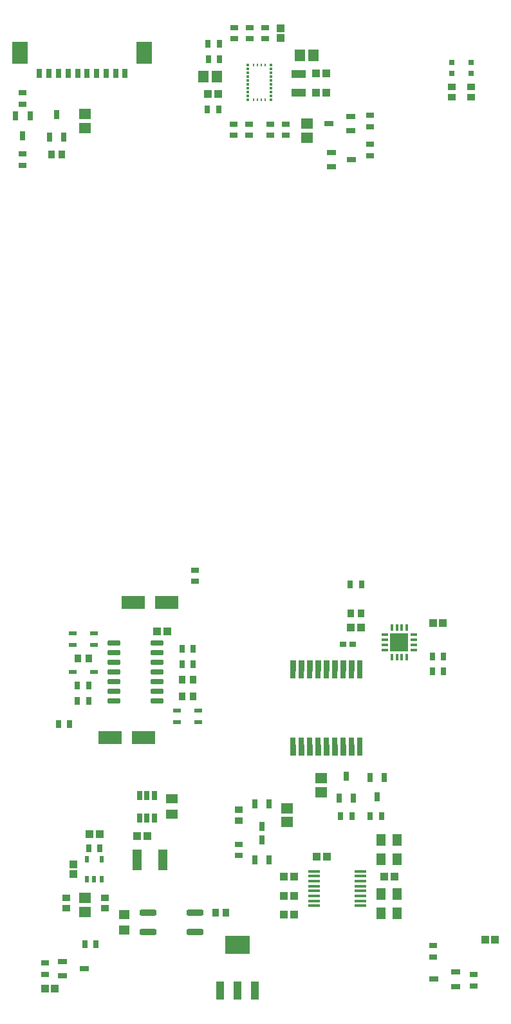
<source format=gtp>
G04*
G04 #@! TF.GenerationSoftware,Altium Limited,DefaultClient, ()*
G04*
G04 Layer_Color=8421504*
%FSLAX44Y44*%
%MOMM*%
G71*
G04*
G04 #@! TF.SameCoordinates,8DA877EA-5960-4089-89AF-F9EF2ED2926F*
G04*
G04*
G04 #@! TF.FilePolarity,Positive*
G04*
G01*
G75*
%ADD20R,1.0000X2.3500*%
%ADD21R,3.2500X2.3500*%
%ADD22R,1.0500X1.0500*%
%ADD23R,0.8000X1.3000*%
%ADD24R,2.1000X3.0000*%
G04:AMPARAMS|DCode=25|XSize=0.3mm|YSize=0.9mm|CornerRadius=0.075mm|HoleSize=0mm|Usage=FLASHONLY|Rotation=0.000|XOffset=0mm|YOffset=0mm|HoleType=Round|Shape=RoundedRectangle|*
%AMROUNDEDRECTD25*
21,1,0.3000,0.7500,0,0,0.0*
21,1,0.1500,0.9000,0,0,0.0*
1,1,0.1500,0.0750,-0.3750*
1,1,0.1500,-0.0750,-0.3750*
1,1,0.1500,-0.0750,0.3750*
1,1,0.1500,0.0750,0.3750*
%
%ADD25ROUNDEDRECTD25*%
G04:AMPARAMS|DCode=26|XSize=0.3mm|YSize=0.9mm|CornerRadius=0.075mm|HoleSize=0mm|Usage=FLASHONLY|Rotation=270.000|XOffset=0mm|YOffset=0mm|HoleType=Round|Shape=RoundedRectangle|*
%AMROUNDEDRECTD26*
21,1,0.3000,0.7500,0,0,270.0*
21,1,0.1500,0.9000,0,0,270.0*
1,1,0.1500,-0.3750,-0.0750*
1,1,0.1500,-0.3750,0.0750*
1,1,0.1500,0.3750,0.0750*
1,1,0.1500,0.3750,-0.0750*
%
%ADD26ROUNDEDRECTD26*%
%ADD27R,2.4000X2.4000*%
%ADD28R,0.4344X0.3094*%
%ADD29R,0.2094X0.4344*%
%ADD30R,0.8500X0.6500*%
%ADD31R,1.0000X0.8000*%
G04:AMPARAMS|DCode=32|XSize=0.4mm|YSize=1.6mm|CornerRadius=0.044mm|HoleSize=0mm|Usage=FLASHONLY|Rotation=90.000|XOffset=0mm|YOffset=0mm|HoleType=Round|Shape=RoundedRectangle|*
%AMROUNDEDRECTD32*
21,1,0.4000,1.5120,0,0,90.0*
21,1,0.3120,1.6000,0,0,90.0*
1,1,0.0880,0.7560,0.1560*
1,1,0.0880,0.7560,-0.1560*
1,1,0.0880,-0.7560,-0.1560*
1,1,0.0880,-0.7560,0.1560*
%
%ADD32ROUNDEDRECTD32*%
%ADD33R,0.8000X1.0000*%
%ADD34R,1.0500X0.9000*%
%ADD35R,1.5000X1.4500*%
%ADD36R,0.8000X1.8000*%
%ADD37R,0.7000X1.8000*%
%ADD38R,0.9000X1.0500*%
%ADD39R,0.6500X1.1500*%
%ADD40R,0.6500X1.2000*%
%ADD41R,1.2000X1.5000*%
%ADD42R,1.0500X0.5500*%
%ADD43R,3.0500X1.8000*%
%ADD44R,1.0500X1.0500*%
G04:AMPARAMS|DCode=45|XSize=0.55mm|YSize=0.8mm|CornerRadius=0.0495mm|HoleSize=0mm|Usage=FLASHONLY|Rotation=180.000|XOffset=0mm|YOffset=0mm|HoleType=Round|Shape=RoundedRectangle|*
%AMROUNDEDRECTD45*
21,1,0.5500,0.7010,0,0,180.0*
21,1,0.4510,0.8000,0,0,180.0*
1,1,0.0990,-0.2255,0.3505*
1,1,0.0990,0.2255,0.3505*
1,1,0.0990,0.2255,-0.3505*
1,1,0.0990,-0.2255,-0.3505*
%
%ADD45ROUNDEDRECTD45*%
%ADD46R,1.4500X1.2000*%
G04:AMPARAMS|DCode=47|XSize=0.8mm|YSize=2.216mm|CornerRadius=0.2mm|HoleSize=0mm|Usage=FLASHONLY|Rotation=90.000|XOffset=0mm|YOffset=0mm|HoleType=Round|Shape=RoundedRectangle|*
%AMROUNDEDRECTD47*
21,1,0.8000,1.8160,0,0,90.0*
21,1,0.4000,2.2160,0,0,90.0*
1,1,0.4000,0.9080,0.2000*
1,1,0.4000,0.9080,-0.2000*
1,1,0.4000,-0.9080,-0.2000*
1,1,0.4000,-0.9080,0.2000*
%
%ADD47ROUNDEDRECTD47*%
G04:AMPARAMS|DCode=48|XSize=0.65mm|YSize=1.65mm|CornerRadius=0.0488mm|HoleSize=0mm|Usage=FLASHONLY|Rotation=90.000|XOffset=0mm|YOffset=0mm|HoleType=Round|Shape=RoundedRectangle|*
%AMROUNDEDRECTD48*
21,1,0.6500,1.5525,0,0,90.0*
21,1,0.5525,1.6500,0,0,90.0*
1,1,0.0975,0.7763,0.2763*
1,1,0.0975,0.7763,-0.2763*
1,1,0.0975,-0.7763,-0.2763*
1,1,0.0975,-0.7763,0.2763*
%
%ADD48ROUNDEDRECTD48*%
%ADD49R,1.5000X1.2000*%
%ADD50R,1.1500X2.8000*%
%ADD51R,1.1500X0.6500*%
%ADD52R,1.2000X0.6500*%
%ADD53R,1.4500X1.5000*%
%ADD54R,1.9000X1.1000*%
%ADD55R,0.8000X0.8000*%
G36*
X275730Y47990D02*
X268730D01*
Y61990D01*
X269730D01*
Y70990D01*
X274730D01*
Y61990D01*
X275730D01*
Y47990D01*
D02*
G37*
G36*
X287230D02*
X279230D01*
Y61990D01*
X280230D01*
Y70990D01*
X286230D01*
Y61990D01*
X287230D01*
Y47990D01*
D02*
G37*
G36*
X298230D02*
X290230D01*
Y61990D01*
X291230D01*
Y70990D01*
X297230D01*
Y61990D01*
X298230D01*
Y47990D01*
D02*
G37*
G36*
X309230D02*
X301230D01*
Y61990D01*
X302230D01*
Y70990D01*
X308230D01*
Y61990D01*
X309230D01*
Y47990D01*
D02*
G37*
G36*
X320230D02*
X312230D01*
Y61990D01*
X313230D01*
Y70990D01*
X319230D01*
Y61990D01*
X320230D01*
Y47990D01*
D02*
G37*
G36*
X331230D02*
X323230D01*
Y61990D01*
X324230D01*
Y70990D01*
X330230D01*
Y61990D01*
X331230D01*
Y47990D01*
D02*
G37*
G36*
X342230D02*
X334230D01*
Y61990D01*
X335230D01*
Y70990D01*
X341230D01*
Y61990D01*
X342230D01*
Y47990D01*
D02*
G37*
G36*
X353230D02*
X345230D01*
Y61990D01*
X346230D01*
Y70990D01*
X352230D01*
Y61990D01*
X353230D01*
Y47990D01*
D02*
G37*
G36*
X363730D02*
X356730D01*
Y61990D01*
X357730D01*
Y70990D01*
X362730D01*
Y61990D01*
X363730D01*
Y47990D01*
D02*
G37*
G36*
X268730Y172990D02*
X275730D01*
Y158990D01*
X274730D01*
Y149990D01*
X269730D01*
Y158990D01*
X268730D01*
Y172990D01*
D02*
G37*
G36*
X279230D02*
X287230D01*
Y158990D01*
X286230D01*
Y149990D01*
X280230D01*
Y158990D01*
X279230D01*
Y172990D01*
D02*
G37*
G36*
X290230D02*
X298230D01*
Y158990D01*
X297230D01*
Y149990D01*
X291230D01*
Y158990D01*
X290230D01*
Y172990D01*
D02*
G37*
G36*
X301230D02*
X309230D01*
Y158990D01*
X308230D01*
Y149990D01*
X302230D01*
Y158990D01*
X301230D01*
Y172990D01*
D02*
G37*
G36*
X312230D02*
X320230D01*
Y158990D01*
X319230D01*
Y149990D01*
X313230D01*
Y158990D01*
X312230D01*
Y172990D01*
D02*
G37*
G36*
X323230D02*
X331230D01*
Y158990D01*
X330230D01*
Y149990D01*
X324230D01*
Y158990D01*
X323230D01*
Y172990D01*
D02*
G37*
G36*
X334230D02*
X342230D01*
Y158990D01*
X341230D01*
Y149990D01*
X335230D01*
Y158990D01*
X334230D01*
Y172990D01*
D02*
G37*
G36*
X345230D02*
X353230D01*
Y158990D01*
X352230D01*
Y149990D01*
X346230D01*
Y158990D01*
X345230D01*
Y172990D01*
D02*
G37*
G36*
X356730D02*
X363730D01*
Y158990D01*
X362730D01*
Y149990D01*
X357730D01*
Y158990D01*
X356730D01*
Y172990D01*
D02*
G37*
D20*
X176122Y-261390D02*
D03*
X199122D02*
D03*
X222122D02*
D03*
D21*
X199122Y-200890D02*
D03*
D22*
X4411Y-55357D02*
D03*
X17911D02*
D03*
X273450Y-111760D02*
D03*
X259950D02*
D03*
X524630Y-194310D02*
D03*
X538130D02*
D03*
X-40990Y-259080D02*
D03*
X-54490D02*
D03*
X361600Y215900D02*
D03*
X348100D02*
D03*
X107080Y210820D02*
D03*
X93580D02*
D03*
X273450Y-161290D02*
D03*
X259950D02*
D03*
X273450Y-136398D02*
D03*
X259950D02*
D03*
X316630Y-85090D02*
D03*
X303130D02*
D03*
X66910Y-57900D02*
D03*
X80410D02*
D03*
X160140Y918210D02*
D03*
X173640D02*
D03*
X315880Y919480D02*
D03*
X302380D02*
D03*
X315880Y944880D02*
D03*
X302380D02*
D03*
X405530Y-111760D02*
D03*
X392030D02*
D03*
X469550Y222250D02*
D03*
X456050D02*
D03*
D23*
X1170Y945160D02*
D03*
X-11330D02*
D03*
X-23830D02*
D03*
X-36330D02*
D03*
X-48830D02*
D03*
X-61330D02*
D03*
X13670D02*
D03*
X26170D02*
D03*
X38670D02*
D03*
X51170D02*
D03*
D24*
X-86830Y972660D02*
D03*
X76670D02*
D03*
D25*
X421750Y216100D02*
D03*
X415250D02*
D03*
X408750D02*
D03*
X402250D02*
D03*
Y177600D02*
D03*
X408750D02*
D03*
X415250D02*
D03*
X421750D02*
D03*
D26*
X392750Y206600D02*
D03*
Y200100D02*
D03*
Y193600D02*
D03*
Y187100D02*
D03*
X431250D02*
D03*
Y193600D02*
D03*
Y200100D02*
D03*
Y206600D02*
D03*
D27*
X412000Y196850D02*
D03*
D28*
X212225Y955950D02*
D03*
Y950950D02*
D03*
Y945950D02*
D03*
Y940950D02*
D03*
Y935950D02*
D03*
Y930950D02*
D03*
Y925950D02*
D03*
Y920950D02*
D03*
Y915950D02*
D03*
Y910950D02*
D03*
X243475D02*
D03*
Y915950D02*
D03*
Y920950D02*
D03*
Y925950D02*
D03*
Y930950D02*
D03*
Y935950D02*
D03*
Y940950D02*
D03*
Y945950D02*
D03*
Y950950D02*
D03*
Y955950D02*
D03*
D29*
X235350Y956575D02*
D03*
X230350D02*
D03*
X225350D02*
D03*
X220350D02*
D03*
Y910325D02*
D03*
X225350D02*
D03*
X230350D02*
D03*
X235350D02*
D03*
D30*
X350420Y194310D02*
D03*
X337920D02*
D03*
D31*
X143510Y291980D02*
D03*
Y276980D02*
D03*
X-83566Y919868D02*
D03*
Y904868D02*
D03*
X214630Y863720D02*
D03*
Y878720D02*
D03*
X200660Y-83700D02*
D03*
Y-68700D02*
D03*
X509790Y-255150D02*
D03*
Y-240150D02*
D03*
X456450Y-202050D02*
D03*
Y-217050D02*
D03*
X-54090Y-224910D02*
D03*
Y-239910D02*
D03*
X-83300Y839350D02*
D03*
Y824350D02*
D03*
X235470Y990720D02*
D03*
Y1005720D02*
D03*
X373900Y875150D02*
D03*
Y890150D02*
D03*
Y837050D02*
D03*
Y852050D02*
D03*
X194310Y863720D02*
D03*
Y878720D02*
D03*
X215150Y990720D02*
D03*
Y1005720D02*
D03*
X242570Y878720D02*
D03*
Y863720D02*
D03*
X262890Y878720D02*
D03*
Y863720D02*
D03*
X194830Y1005720D02*
D03*
Y990720D02*
D03*
D32*
X360700Y-149750D02*
D03*
Y-143250D02*
D03*
Y-136750D02*
D03*
Y-130250D02*
D03*
Y-123750D02*
D03*
Y-117250D02*
D03*
Y-110750D02*
D03*
Y-104250D02*
D03*
X299700Y-149750D02*
D03*
Y-143250D02*
D03*
Y-136750D02*
D03*
Y-130250D02*
D03*
Y-123750D02*
D03*
Y-117250D02*
D03*
Y-110750D02*
D03*
Y-104250D02*
D03*
D33*
X-21710Y88900D02*
D03*
X-36710D02*
D03*
X18276Y-73834D02*
D03*
X3276D02*
D03*
X3063Y119380D02*
D03*
X-11938D02*
D03*
Y139700D02*
D03*
X3063D02*
D03*
X125850Y187960D02*
D03*
X140850D02*
D03*
X125850Y167640D02*
D03*
X140850D02*
D03*
X13100Y-200660D02*
D03*
X-1900D02*
D03*
X373900Y-31750D02*
D03*
X388900D02*
D03*
X347350Y273050D02*
D03*
X362350D02*
D03*
X160540Y984250D02*
D03*
X175540D02*
D03*
X174390Y897890D02*
D03*
X159390D02*
D03*
X175660Y963930D02*
D03*
X160660D02*
D03*
X349650Y-31750D02*
D03*
X334650D02*
D03*
X455300Y158750D02*
D03*
X470300D02*
D03*
X470300Y177800D02*
D03*
X455300D02*
D03*
D34*
X-26150Y-153050D02*
D03*
Y-139050D02*
D03*
X24650D02*
D03*
Y-153050D02*
D03*
X200660Y-23480D02*
D03*
Y-37480D02*
D03*
X506730Y927750D02*
D03*
Y913750D02*
D03*
X481330Y927750D02*
D03*
Y913750D02*
D03*
D35*
X-1270Y-157840D02*
D03*
Y-139340D02*
D03*
Y891900D02*
D03*
Y873400D02*
D03*
X264160Y-21230D02*
D03*
Y-39730D02*
D03*
X290830Y860700D02*
D03*
Y879200D02*
D03*
X309130Y-360D02*
D03*
Y18140D02*
D03*
D36*
X327230Y157990D02*
D03*
X338230D02*
D03*
X349230D02*
D03*
X316230D02*
D03*
X349230Y62990D02*
D03*
X338230D02*
D03*
X327230D02*
D03*
X283230D02*
D03*
X294230D02*
D03*
X305230D02*
D03*
X316230D02*
D03*
X283230Y157990D02*
D03*
X294230D02*
D03*
X305230D02*
D03*
D37*
X360230D02*
D03*
Y62990D02*
D03*
X272230D02*
D03*
Y157990D02*
D03*
D38*
X170050Y-158750D02*
D03*
X184050D02*
D03*
X126350Y147320D02*
D03*
X140350D02*
D03*
X126350Y125730D02*
D03*
X140350D02*
D03*
X-10810Y175260D02*
D03*
X3190D02*
D03*
X361850Y234950D02*
D03*
X347850D02*
D03*
X-31850Y838200D02*
D03*
X-45850D02*
D03*
D39*
X221640Y-88950D02*
D03*
X240640D02*
D03*
X231140Y-63450D02*
D03*
X-73800Y889050D02*
D03*
X-92800D02*
D03*
X-83300Y863550D02*
D03*
X392290Y19100D02*
D03*
X373290D02*
D03*
X382790Y-6400D02*
D03*
D40*
X231140Y-44980D02*
D03*
X221640Y-15980D02*
D03*
X240640D02*
D03*
X70510Y-5050D02*
D03*
X80010D02*
D03*
X89510D02*
D03*
Y-34550D02*
D03*
X80010D02*
D03*
X70510D02*
D03*
X-38850Y890800D02*
D03*
X-29350Y861800D02*
D03*
X-48350D02*
D03*
X342150Y20850D02*
D03*
X351650Y-8150D02*
D03*
X332650D02*
D03*
D41*
X388280Y-63500D02*
D03*
X409280D02*
D03*
Y-88900D02*
D03*
X388280D02*
D03*
Y-134620D02*
D03*
X409280D02*
D03*
Y-160020D02*
D03*
X388280D02*
D03*
D42*
X-17810Y157480D02*
D03*
X10190D02*
D03*
X147350Y106680D02*
D03*
X119350D02*
D03*
Y91440D02*
D03*
X147350D02*
D03*
X-17810Y193040D02*
D03*
X10190D02*
D03*
X-17810Y208280D02*
D03*
X10190D02*
D03*
D43*
X105820Y248920D02*
D03*
X61820D02*
D03*
X75340Y71120D02*
D03*
X31340D02*
D03*
D44*
X-16510Y-94850D02*
D03*
Y-108350D02*
D03*
X255790Y1004970D02*
D03*
Y991470D02*
D03*
D45*
X1180Y-88850D02*
D03*
X20180D02*
D03*
Y-114350D02*
D03*
X10680D02*
D03*
X1180D02*
D03*
D46*
X50050Y-161450D02*
D03*
Y-181450D02*
D03*
D47*
X143050Y-184150D02*
D03*
Y-158750D02*
D03*
X81800D02*
D03*
X81800Y-184150D02*
D03*
D48*
X93020Y119380D02*
D03*
Y132080D02*
D03*
Y144780D02*
D03*
Y157480D02*
D03*
Y170180D02*
D03*
Y182880D02*
D03*
Y195580D02*
D03*
X36520Y119380D02*
D03*
Y132080D02*
D03*
Y144780D02*
D03*
Y157480D02*
D03*
Y170180D02*
D03*
Y182880D02*
D03*
Y195580D02*
D03*
D49*
X113030Y-8550D02*
D03*
Y-29550D02*
D03*
D50*
X66570Y-89650D02*
D03*
X101070D02*
D03*
D51*
X323050Y841350D02*
D03*
Y822350D02*
D03*
X348550Y831850D02*
D03*
D52*
X319500Y879450D02*
D03*
X348500Y888950D02*
D03*
Y869950D02*
D03*
X486190Y-255880D02*
D03*
Y-236880D02*
D03*
X457190Y-246380D02*
D03*
X-31020Y-222910D02*
D03*
Y-241910D02*
D03*
X-2020Y-232410D02*
D03*
D53*
X153830Y941070D02*
D03*
X172330D02*
D03*
X299330Y969010D02*
D03*
X280830D02*
D03*
D54*
X279920Y944680D02*
D03*
Y919680D02*
D03*
D55*
X506730Y945000D02*
D03*
Y960000D02*
D03*
X481330D02*
D03*
Y945000D02*
D03*
M02*

</source>
